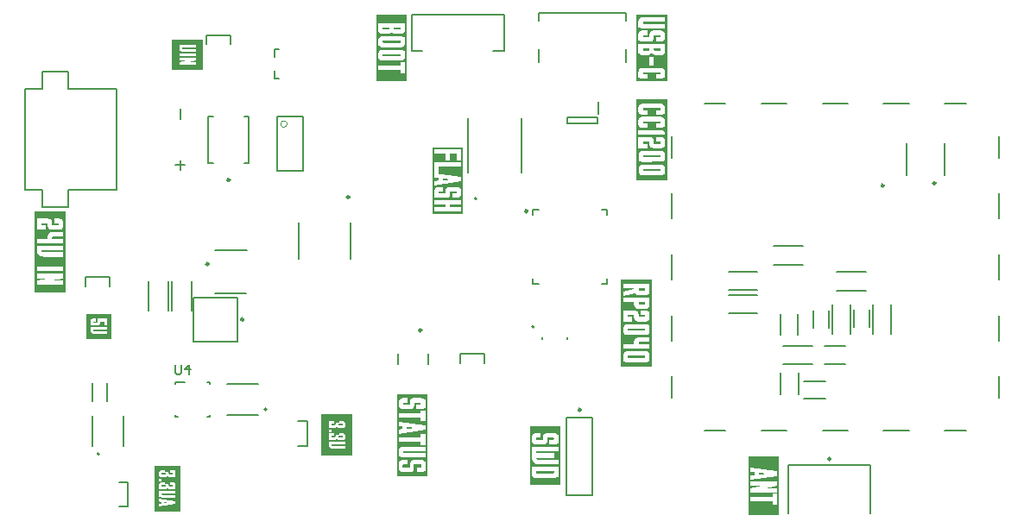
<source format=gto>
G04*
G04 #@! TF.GenerationSoftware,Altium Limited,Altium Designer,25.4.2 (15)*
G04*
G04 Layer_Color=65535*
%FSLAX44Y44*%
%MOMM*%
G71*
G04*
G04 #@! TF.SameCoordinates,69983CE8-C732-48D4-ACAD-208037422C18*
G04*
G04*
G04 #@! TF.FilePolarity,Positive*
G04*
G01*
G75*
%ADD10C,0.2000*%
%ADD11C,0.2500*%
%ADD12C,0.0000*%
%ADD13C,0.1270*%
%ADD14C,0.1750*%
%ADD15C,0.2032*%
%ADD16C,0.1500*%
G36*
X395000Y45000D02*
X365000D01*
Y125000D01*
X395000D01*
Y45000D01*
D02*
G37*
G36*
X174750Y443250D02*
X144750D01*
Y473250D01*
X174750D01*
Y443250D01*
D02*
G37*
G36*
X375000Y432500D02*
X345000D01*
Y497500D01*
X375000D01*
Y432500D01*
D02*
G37*
G36*
X40000Y225000D02*
X10000D01*
Y305000D01*
X40000D01*
Y225000D01*
D02*
G37*
G36*
X152500Y10250D02*
X127500D01*
Y55250D01*
X152500D01*
Y10250D01*
D02*
G37*
G36*
X525500Y93750D02*
Y36250D01*
X495500D01*
Y93750D01*
X525500D01*
D02*
G37*
G36*
X630000Y432500D02*
X600000D01*
Y497500D01*
X630000D01*
Y432500D01*
D02*
G37*
G36*
X740000Y6250D02*
X710000D01*
Y63750D01*
X740000D01*
Y6250D01*
D02*
G37*
G36*
X630000Y335000D02*
X600000D01*
Y415000D01*
X630000D01*
Y335000D01*
D02*
G37*
G36*
X321250Y65250D02*
X291250D01*
Y105250D01*
X321250D01*
Y65250D01*
D02*
G37*
G36*
X615000Y152500D02*
X585000D01*
Y237500D01*
X615000D01*
Y152500D01*
D02*
G37*
G36*
X430000Y302500D02*
X400000D01*
Y367500D01*
X430000D01*
Y302500D01*
D02*
G37*
G36*
X85250Y179250D02*
X60250D01*
Y204250D01*
X85250D01*
Y179250D01*
D02*
G37*
%LPC*%
G36*
X392999Y121385D02*
D01*
Y117682D01*
X392962Y118237D01*
X392813Y118756D01*
X392665Y119200D01*
X392443Y119571D01*
X392258Y119904D01*
X392073Y120126D01*
X391925Y120274D01*
X391888Y120311D01*
X391480Y120681D01*
X391036Y120941D01*
X390592Y121126D01*
X390184Y121237D01*
X389814Y121311D01*
X389518Y121385D01*
X392999D01*
X370705D01*
X370149Y121348D01*
X369631Y121200D01*
X369186Y121052D01*
X368816Y120830D01*
X368483Y120644D01*
X368260Y120459D01*
X368112Y120348D01*
X368075Y120311D01*
X367705Y119904D01*
X367446Y119459D01*
X367261Y119015D01*
X367150Y118608D01*
X367075Y118237D01*
X367001Y117941D01*
Y114275D01*
X367038Y113719D01*
X367187Y113238D01*
X367335Y112793D01*
X367557Y112423D01*
X367742Y112090D01*
X367927Y111868D01*
X368038Y111719D01*
X368075Y111682D01*
X368483Y111312D01*
X368927Y111053D01*
X369371Y110831D01*
X369779Y110719D01*
X370149Y110646D01*
X370446Y110571D01*
X367001D01*
X378445D01*
X379000Y110608D01*
X379519Y110757D01*
X379963Y110905D01*
X380333Y111127D01*
X380667Y111312D01*
X380889Y111497D01*
X381037Y111645D01*
X381074Y111682D01*
X381444Y112090D01*
X381704Y112534D01*
X381889Y112979D01*
X382000Y113386D01*
X382111Y113719D01*
X382148Y114016D01*
Y117052D01*
X388036D01*
X388221Y117015D01*
X388332Y116978D01*
X388407Y116941D01*
X388444Y116904D01*
X388555Y116756D01*
X388592Y116608D01*
X388629Y116497D01*
Y115534D01*
X388592Y115349D01*
X388555Y115201D01*
X388481Y115126D01*
X388444Y115090D01*
X388332Y114978D01*
X388184Y114941D01*
X388073Y114904D01*
X388036D01*
X384333D01*
Y110571D01*
X381408D01*
X389258D01*
X389814Y110608D01*
X390332Y110757D01*
X390777Y110905D01*
X391147Y111127D01*
X391480Y111312D01*
X391702Y111497D01*
X391851Y111645D01*
X391888Y111682D01*
X392258Y112090D01*
X392517Y112534D01*
X392739Y112979D01*
X392850Y113386D01*
X392925Y113719D01*
X392999Y114016D01*
Y111682D01*
Y121385D01*
D02*
G37*
G36*
Y109460D02*
X388629D01*
Y106238D01*
X367001D01*
Y101906D01*
X388629D01*
Y98647D01*
X367001D01*
X392999D01*
Y109460D01*
D02*
G37*
G36*
Y98425D02*
Y94462D01*
X367001Y98425D01*
Y94055D01*
X370779Y93684D01*
Y90907D01*
X367001Y90499D01*
Y86130D01*
X392999Y90092D01*
Y86130D01*
X367001D01*
X392999D01*
Y98425D01*
D02*
G37*
G36*
Y85907D02*
X388629D01*
Y82685D01*
X367001D01*
Y78352D01*
X388629D01*
Y75094D01*
X367001D01*
X392999D01*
Y85907D01*
D02*
G37*
G36*
Y73835D02*
X370705D01*
X370149Y73797D01*
X369631Y73649D01*
X369186Y73501D01*
X368816Y73279D01*
X368483Y73094D01*
X368260Y72909D01*
X368112Y72797D01*
X368075Y72761D01*
X367705Y72353D01*
X367446Y71909D01*
X367261Y71464D01*
X367150Y71057D01*
X367075Y70687D01*
X367001Y70390D01*
Y66280D01*
X367038Y65872D01*
X367113Y65539D01*
X367261Y65206D01*
X367409Y64946D01*
X367520Y64724D01*
X367668Y64576D01*
X367742Y64465D01*
X367779Y64428D01*
X368409Y63798D01*
X368705Y63539D01*
X369001Y63354D01*
X369297Y63206D01*
X369594Y63132D01*
X369853Y63058D01*
X370038Y63021D01*
X392999D01*
Y67428D01*
Y67354D01*
X371853D01*
X371705Y67391D01*
X371594Y67428D01*
X371519Y67465D01*
X371482Y67502D01*
X371408Y67613D01*
X371371Y67724D01*
X371334Y67835D01*
Y68983D01*
X371371Y69131D01*
X371408Y69242D01*
X371445Y69316D01*
X371482Y69353D01*
X371594Y69427D01*
X371742Y69465D01*
X371816Y69502D01*
X371853D01*
X392999D01*
Y69353D01*
Y73835D01*
D02*
G37*
G36*
Y60725D02*
D01*
Y56910D01*
X392925Y57466D01*
X392813Y57984D01*
X392665Y58429D01*
X392480Y58799D01*
X392295Y59132D01*
X392147Y59355D01*
X392036Y59503D01*
X391999Y59540D01*
X391591Y59947D01*
X391184Y60206D01*
X390777Y60429D01*
X390369Y60577D01*
X390036Y60651D01*
X389777Y60688D01*
X389592Y60725D01*
X392999D01*
X381555D01*
X381037Y60688D01*
X380593Y60540D01*
X380148Y60354D01*
X379815Y60132D01*
X379519Y59947D01*
X379296Y59762D01*
X379148Y59614D01*
X379111Y59577D01*
X378778Y59095D01*
X378519Y58614D01*
X378371Y58169D01*
X378222Y57688D01*
X378148Y57318D01*
X378111Y56984D01*
Y52985D01*
X371705D01*
X371408Y53022D01*
X371186Y53133D01*
X371038Y53281D01*
X371001Y53318D01*
X370853Y53577D01*
X370779Y53836D01*
X370742Y54059D01*
Y55244D01*
X370779Y55577D01*
X370890Y55836D01*
X370964Y55985D01*
X371001Y56059D01*
X371223Y56244D01*
X371482Y56355D01*
X371631Y56392D01*
X371705D01*
X375186D01*
Y60725D01*
X378739D01*
X370446D01*
X369927Y60688D01*
X369446Y60540D01*
X369038Y60354D01*
X368668Y60132D01*
X368409Y59910D01*
X368186Y59725D01*
X368038Y59577D01*
X368001Y59540D01*
X367705Y59132D01*
X367446Y58688D01*
X367298Y58243D01*
X367150Y57836D01*
X367075Y57466D01*
X367038Y57169D01*
X367001Y56984D01*
Y52466D01*
X367075Y51911D01*
X367187Y51429D01*
X367335Y50948D01*
X367520Y50578D01*
X367705Y50281D01*
X367853Y50022D01*
X367964Y49874D01*
X368001Y49837D01*
X368409Y49430D01*
X368816Y49133D01*
X369223Y48911D01*
X369594Y48763D01*
X369927Y48689D01*
X370223Y48615D01*
X367001D01*
X378408D01*
X378926Y48652D01*
X379408Y48800D01*
X379815Y48985D01*
X380185Y49207D01*
X380444Y49430D01*
X380667Y49615D01*
X380815Y49763D01*
X380852Y49800D01*
X381185Y50244D01*
X381444Y50726D01*
X381592Y51207D01*
X381741Y51652D01*
X381815Y52059D01*
X381852Y52355D01*
Y56392D01*
X388258D01*
X388518Y56355D01*
X388740Y56207D01*
X388888Y56096D01*
X388925Y56059D01*
X389110Y55799D01*
X389184Y55540D01*
X389221Y55318D01*
Y54133D01*
X389184Y53800D01*
X389073Y53540D01*
X388962Y53392D01*
X388925Y53318D01*
X388703Y53133D01*
X388481Y53022D01*
X388332Y52985D01*
X388296D01*
X388258D01*
X384777D01*
Y48615D01*
X389518D01*
X390036Y48652D01*
X390518Y48800D01*
X390925Y48985D01*
X391295Y49207D01*
X391591Y49467D01*
X391814Y49652D01*
X391962Y49800D01*
X391999Y49837D01*
X392295Y50281D01*
X392554Y50726D01*
X392739Y51170D01*
X392850Y51578D01*
X392925Y51911D01*
X392962Y52207D01*
X392999Y52392D01*
Y48615D01*
D01*
Y60725D01*
D02*
G37*
%LPD*%
G36*
X380963Y121348D02*
X380481Y121200D01*
X380037Y121052D01*
X379630Y120830D01*
X379333Y120644D01*
X379074Y120459D01*
X378926Y120348D01*
X378889Y120311D01*
X378519Y119904D01*
X378260Y119459D01*
X378074Y119015D01*
X377963Y118608D01*
X377889Y118237D01*
X377815Y117941D01*
Y114904D01*
X371927D01*
X371742Y114941D01*
X371594Y114978D01*
X371519Y115052D01*
X371482Y115090D01*
X371408Y115238D01*
X371371Y115386D01*
X371334Y115497D01*
Y116460D01*
X371371Y116645D01*
X371408Y116793D01*
X371445Y116867D01*
X371482Y116904D01*
X371631Y116978D01*
X371779Y117015D01*
X371890Y117052D01*
X371927D01*
X375630D01*
Y121385D01*
X381518D01*
X380963Y121348D01*
D02*
G37*
G36*
X384777Y92277D02*
X375075Y91314D01*
Y93240D01*
X384777Y92277D01*
D02*
G37*
%LPC*%
G36*
X167872Y467945D02*
X151628D01*
Y461189D01*
Y465377D01*
X151651Y465053D01*
X151674Y464752D01*
X151813Y464174D01*
X152021Y463688D01*
X152253Y463248D01*
X152461Y462901D01*
X152577Y462762D01*
X152669Y462623D01*
X152739Y462531D01*
X152808Y462461D01*
X152831Y462438D01*
X152854Y462415D01*
X153086Y462207D01*
X153340Y461999D01*
X153595Y461837D01*
X153826Y461698D01*
X154335Y461489D01*
X154798Y461351D01*
X155215Y461258D01*
X155377Y461235D01*
X155515Y461212D01*
X155654Y461189D01*
X167872D01*
Y463919D01*
Y463896D01*
X155677D01*
X155469Y463919D01*
X155307Y463965D01*
X155145Y464012D01*
X155006Y464081D01*
X154891Y464174D01*
X154798Y464220D01*
X154752Y464266D01*
X154729Y464289D01*
X154590Y464451D01*
X154497Y464613D01*
X154428Y464752D01*
X154382Y464914D01*
X154359Y465030D01*
X154335Y465146D01*
Y465238D01*
X167872D01*
Y464752D01*
Y467945D01*
D02*
G37*
G36*
Y459661D02*
X151628D01*
Y456954D01*
X167872D01*
Y459661D01*
D02*
G37*
G36*
Y455311D02*
X151628D01*
Y448555D01*
X167872D01*
Y451262D01*
X160953D01*
X167872Y452604D01*
Y455311D01*
D02*
G37*
%LPD*%
G36*
X151628Y451262D02*
Y452604D01*
X158454D01*
X151628Y451262D01*
D02*
G37*
%LPC*%
G36*
X372999Y489609D02*
X347001D01*
Y482498D01*
X347038Y481943D01*
X347187Y481461D01*
X347335Y481017D01*
X347557Y480647D01*
X347742Y480313D01*
X347927Y480091D01*
X348038Y479943D01*
X348075Y479906D01*
X348483Y479536D01*
X348927Y479276D01*
X349371Y479054D01*
X349779Y478943D01*
X350149Y478869D01*
X350446Y478795D01*
X356260D01*
X356815Y478832D01*
X357334Y478980D01*
X357778Y479128D01*
X358148Y479350D01*
X358482Y479536D01*
X358704Y479721D01*
X358852Y479869D01*
X358889Y479906D01*
X360000Y480980D01*
X361074Y479906D01*
X361481Y479536D01*
X361926Y479276D01*
X362370Y479054D01*
X362777Y478943D01*
X363148Y478869D01*
X363444Y478795D01*
X357547D01*
X372999D01*
Y489609D01*
D02*
G37*
G36*
Y476499D02*
Y472795D01*
X372962Y473351D01*
X372813Y473870D01*
X372665Y474314D01*
X372443Y474684D01*
X372258Y475018D01*
X372073Y475240D01*
X371925Y475388D01*
X371888Y475425D01*
X371480Y475795D01*
X371036Y476054D01*
X370592Y476240D01*
X370184Y476351D01*
X369814Y476425D01*
X369518Y476499D01*
X347001D01*
X350705D01*
X350149Y476462D01*
X349631Y476314D01*
X349186Y476166D01*
X348816Y475943D01*
X348483Y475758D01*
X348260Y475573D01*
X348112Y475462D01*
X348075Y475425D01*
X347705Y475018D01*
X347446Y474573D01*
X347261Y474129D01*
X347150Y473721D01*
X347076Y473351D01*
X347001Y473055D01*
Y473351D01*
Y465685D01*
D01*
Y469389D01*
X347038Y468833D01*
X347187Y468352D01*
X347335Y467907D01*
X347557Y467537D01*
X347742Y467203D01*
X347927Y466981D01*
X348038Y466833D01*
X348075Y466796D01*
X348483Y466426D01*
X348927Y466167D01*
X349371Y465944D01*
X349779Y465833D01*
X350149Y465759D01*
X350446Y465685D01*
X372999D01*
Y476499D01*
D02*
G37*
G36*
Y463278D02*
D01*
Y459575D01*
X372962Y460130D01*
X372813Y460649D01*
X372665Y461093D01*
X372443Y461463D01*
X372258Y461797D01*
X372073Y462019D01*
X371925Y462167D01*
X371888Y462204D01*
X371480Y462574D01*
X371036Y462834D01*
X370592Y463019D01*
X370184Y463130D01*
X369814Y463204D01*
X369518Y463278D01*
X347001D01*
X350705D01*
X350149Y463241D01*
X349631Y463093D01*
X349186Y462945D01*
X348816Y462723D01*
X348483Y462537D01*
X348260Y462352D01*
X348112Y462241D01*
X348075Y462204D01*
X347705Y461797D01*
X347446Y461352D01*
X347261Y460908D01*
X347150Y460500D01*
X347076Y460130D01*
X347001Y459834D01*
Y456168D01*
X347038Y455612D01*
X347187Y455131D01*
X347335Y454686D01*
X347557Y454316D01*
X347742Y453983D01*
X347927Y453760D01*
X348038Y453612D01*
X348075Y453575D01*
X348483Y453205D01*
X348927Y452946D01*
X349371Y452724D01*
X349779Y452612D01*
X350149Y452538D01*
X350446Y452464D01*
X372999D01*
Y463278D01*
D02*
G37*
G36*
Y451205D02*
X368629D01*
Y447983D01*
X347001D01*
Y443650D01*
X368629D01*
Y440392D01*
X347001D01*
X372999D01*
Y451205D01*
D02*
G37*
%LPD*%
G36*
X368629Y483757D02*
X368592Y483572D01*
X368555Y483424D01*
X368481Y483350D01*
X368444Y483313D01*
X368332Y483202D01*
X368184Y483165D01*
X368073Y483128D01*
X368036D01*
X362777D01*
X362592Y483165D01*
X362444Y483202D01*
X362370Y483276D01*
X362333Y483313D01*
X362222Y483461D01*
X362185Y483609D01*
X362148Y483720D01*
Y485276D01*
X368629D01*
Y483757D01*
D02*
G37*
G36*
X357815D02*
X357778Y483572D01*
X357741Y483424D01*
X357667Y483350D01*
X357630Y483313D01*
X357482Y483202D01*
X357334Y483165D01*
X357223Y483128D01*
X357186D01*
X351927D01*
X351779Y483165D01*
X351631Y483202D01*
X351557Y483276D01*
X351519Y483313D01*
X351408Y483461D01*
X351371Y483609D01*
X351334Y483720D01*
Y485276D01*
X357815D01*
Y483757D01*
D02*
G37*
G36*
X372999Y478795D02*
X369258D01*
X369814Y478832D01*
X370332Y478980D01*
X370777Y479128D01*
X371147Y479350D01*
X371480Y479536D01*
X371702Y479721D01*
X371851Y479869D01*
X371888Y479906D01*
X372258Y480313D01*
X372517Y480758D01*
X372739Y481202D01*
X372851Y481609D01*
X372925Y481943D01*
X372999Y482239D01*
Y478795D01*
D02*
G37*
G36*
X368221Y472129D02*
X368332Y472092D01*
X368407Y472055D01*
X368444Y472018D01*
X368555Y471870D01*
X368592Y471722D01*
X368629Y471610D01*
Y470648D01*
X368592Y470462D01*
X368555Y470314D01*
X368481Y470240D01*
X368444Y470203D01*
X368332Y470092D01*
X368184Y470055D01*
X368073Y470018D01*
X368036D01*
X351927D01*
X351742Y470055D01*
X351594Y470092D01*
X351519Y470166D01*
X351482Y470203D01*
X351408Y470351D01*
X351371Y470499D01*
X351334Y470611D01*
Y471573D01*
X351371Y471759D01*
X351408Y471907D01*
X351445Y471981D01*
X351482Y472018D01*
X351631Y472092D01*
X351779Y472129D01*
X351890Y472166D01*
X351927D01*
X368036D01*
X368221Y472129D01*
D02*
G37*
G36*
X372999Y465685D02*
X369258D01*
X369814Y465722D01*
X370332Y465870D01*
X370777Y466018D01*
X371147Y466241D01*
X371480Y466426D01*
X371702Y466611D01*
X371851Y466759D01*
X371888Y466796D01*
X372258Y467203D01*
X372517Y467648D01*
X372739Y468092D01*
X372851Y468500D01*
X372925Y468833D01*
X372999Y469129D01*
Y465685D01*
D02*
G37*
G36*
X368221Y458908D02*
X368332Y458871D01*
X368407Y458834D01*
X368444Y458797D01*
X368555Y458649D01*
X368592Y458501D01*
X368629Y458390D01*
Y457427D01*
X368592Y457242D01*
X368555Y457093D01*
X368481Y457019D01*
X368444Y456982D01*
X368332Y456871D01*
X368184Y456834D01*
X368073Y456797D01*
X368036D01*
X351927D01*
X351742Y456834D01*
X351594Y456871D01*
X351519Y456945D01*
X351482Y456982D01*
X351408Y457131D01*
X351371Y457279D01*
X351334Y457390D01*
Y458353D01*
X351371Y458538D01*
X351408Y458686D01*
X351445Y458760D01*
X351482Y458797D01*
X351631Y458871D01*
X351779Y458908D01*
X351890Y458945D01*
X351927D01*
X368036D01*
X368221Y458908D01*
D02*
G37*
G36*
X372999Y452464D02*
X369258D01*
X369814Y452501D01*
X370332Y452649D01*
X370777Y452798D01*
X371147Y453020D01*
X371480Y453205D01*
X371702Y453390D01*
X371851Y453538D01*
X371888Y453575D01*
X372258Y453983D01*
X372517Y454427D01*
X372739Y454871D01*
X372851Y455279D01*
X372925Y455612D01*
X372999Y455908D01*
Y452464D01*
D02*
G37*
%LPC*%
G36*
X34518Y297497D02*
X29333D01*
Y293164D01*
X33629D01*
Y291016D01*
X27148D01*
Y293793D01*
X27111Y294349D01*
X27000Y294867D01*
X26815Y295312D01*
X26630Y295682D01*
X26407Y296015D01*
X26259Y296238D01*
X26111Y296386D01*
X26074Y296423D01*
X25667Y296793D01*
X25222Y297052D01*
X24778Y297237D01*
X24370Y297348D01*
X24000Y297423D01*
X23704Y297497D01*
X12001D01*
Y286683D01*
X37999D01*
Y293793D01*
X37962Y294349D01*
X37813Y294867D01*
X37665Y295312D01*
X37443Y295682D01*
X37258Y296015D01*
X37073Y296238D01*
X36925Y296386D01*
X36888Y296423D01*
X36480Y296793D01*
X36036Y297052D01*
X35591Y297237D01*
X35184Y297348D01*
X34814Y297423D01*
X34518Y297497D01*
D02*
G37*
G36*
X37999Y284387D02*
X26518D01*
X25963Y284350D01*
X25481Y284202D01*
X25037Y284053D01*
X24630Y283831D01*
X24333Y283646D01*
X24074Y283461D01*
X23926Y283350D01*
X23889Y283313D01*
X23519Y282906D01*
X23259Y282461D01*
X23074Y282017D01*
X22963Y281609D01*
X22889Y281239D01*
X22815Y280943D01*
Y277906D01*
X12001D01*
Y273573D01*
X37999D01*
Y284387D01*
D02*
G37*
G36*
Y270944D02*
X12001D01*
Y266833D01*
X12038Y266315D01*
X12075Y265833D01*
X12298Y264907D01*
X12631Y264130D01*
X13001Y263426D01*
X13334Y262871D01*
X13520Y262648D01*
X13668Y262426D01*
X13779Y262278D01*
X13890Y262167D01*
X13927Y262130D01*
X13964Y262093D01*
X14334Y261759D01*
X14742Y261426D01*
X15149Y261167D01*
X15519Y260945D01*
X16334Y260611D01*
X17075Y260389D01*
X17742Y260241D01*
X18001Y260204D01*
X18223Y260167D01*
X18445Y260130D01*
X12001D01*
X37999D01*
Y270944D01*
D02*
G37*
G36*
Y250279D02*
X12001D01*
Y245946D01*
X37999D01*
Y250279D01*
D02*
G37*
G36*
Y243317D02*
X12001D01*
Y238984D01*
X22926D01*
X12001Y236836D01*
Y232503D01*
X37999D01*
Y243317D01*
D02*
G37*
%LPD*%
G36*
Y286683D02*
X34258D01*
X34814Y286720D01*
X35332Y286868D01*
X35777Y287016D01*
X36147Y287238D01*
X36480Y287424D01*
X36702Y287609D01*
X36851Y287757D01*
X36888Y287794D01*
X37258Y288201D01*
X37517Y288646D01*
X37739Y289090D01*
X37850Y289497D01*
X37925Y289831D01*
X37999Y290127D01*
Y286683D01*
D02*
G37*
G36*
X22815Y290386D02*
X22852Y289831D01*
X23000Y289349D01*
X23148Y288905D01*
X23370Y288535D01*
X23556Y288201D01*
X23741Y287979D01*
X23852Y287831D01*
X23889Y287794D01*
X24333Y287424D01*
X24778Y287164D01*
X25222Y286942D01*
X25630Y286831D01*
X25963Y286757D01*
X26259Y286683D01*
X20630D01*
Y291016D01*
X16334D01*
Y293164D01*
X22815D01*
Y290386D01*
D02*
G37*
G36*
X37999Y277906D02*
X27148D01*
Y279128D01*
X27185Y279387D01*
X27296Y279610D01*
X27370Y279758D01*
X27407Y279795D01*
X27629Y279943D01*
X27889Y280017D01*
X28037Y280054D01*
X28111D01*
X37999D01*
Y277906D01*
D02*
G37*
G36*
Y264463D02*
X18482D01*
X18149Y264500D01*
X17890Y264574D01*
X17630Y264648D01*
X17408Y264759D01*
X17223Y264907D01*
X17075Y264981D01*
X17001Y265056D01*
X16964Y265093D01*
X16742Y265352D01*
X16594Y265611D01*
X16482Y265833D01*
X16408Y266092D01*
X16371Y266278D01*
X16334Y266463D01*
Y266611D01*
X37999D01*
Y264463D01*
D02*
G37*
G36*
Y236836D02*
X26926D01*
X37999Y238984D01*
Y236836D01*
D02*
G37*
%LPC*%
G36*
X148133Y50556D02*
D01*
Y48242D01*
X148110Y48589D01*
X148018Y48913D01*
X147925Y49191D01*
X147786Y49422D01*
X147671Y49630D01*
X147555Y49769D01*
X147462Y49861D01*
X147439Y49885D01*
X147185Y50116D01*
X146907Y50278D01*
X146629Y50394D01*
X146375Y50463D01*
X146144Y50509D01*
X145958Y50556D01*
X148133D01*
X142719D01*
Y47848D01*
X145403D01*
Y46506D01*
X142441D01*
X142279Y46529D01*
X142140Y46553D01*
X141886Y46668D01*
X141793Y46738D01*
X141747Y46784D01*
X141701Y46807D01*
X141678Y46830D01*
X141562Y46946D01*
X141493Y47085D01*
X141400Y47316D01*
X141377Y47432D01*
X141354Y47524D01*
Y49214D01*
X138646D01*
Y47594D01*
X138623Y47432D01*
X138600Y47270D01*
X138484Y47038D01*
X138415Y46946D01*
X138369Y46877D01*
X138345Y46853D01*
X138322Y46830D01*
X138207Y46715D01*
X138068Y46645D01*
X137813Y46553D01*
X137721Y46529D01*
X137628Y46506D01*
X137582D01*
X137559D01*
X134597D01*
Y47848D01*
X137281D01*
Y50556D01*
X134204D01*
X133856Y50533D01*
X133532Y50440D01*
X133255Y50347D01*
X133024Y50209D01*
X132815Y50093D01*
X132676Y49977D01*
X132584Y49908D01*
X132561Y49885D01*
X132329Y49630D01*
X132167Y49352D01*
X132052Y49075D01*
X131982Y48820D01*
X131936Y48589D01*
X131890Y48404D01*
Y46113D01*
X131913Y45766D01*
X132005Y45465D01*
X132098Y45187D01*
X132237Y44956D01*
X132352Y44748D01*
X132468Y44609D01*
X132537Y44516D01*
X132561Y44493D01*
X132815Y44262D01*
X133093Y44100D01*
X133371Y43961D01*
X133625Y43892D01*
X133856Y43845D01*
X134042Y43799D01*
X145796D01*
X146144Y43822D01*
X146467Y43915D01*
X146745Y44007D01*
X146976Y44146D01*
X147185Y44262D01*
X147324Y44377D01*
X147416Y44470D01*
X147439Y44493D01*
X147671Y44748D01*
X147833Y45025D01*
X147971Y45303D01*
X148041Y45558D01*
X148087Y45766D01*
X148133Y45951D01*
Y44262D01*
Y50556D01*
D02*
G37*
G36*
X134574Y42503D02*
X131867D01*
Y39796D01*
X134574D01*
Y42503D01*
D02*
G37*
G36*
X148133Y38570D02*
X142719D01*
Y35862D01*
X145403D01*
Y34520D01*
X142441D01*
X142279Y34543D01*
X142140Y34566D01*
X141886Y34682D01*
X141793Y34752D01*
X141747Y34798D01*
X141701Y34821D01*
X141678Y34844D01*
X141562Y34960D01*
X141493Y35099D01*
X141400Y35330D01*
X141377Y35446D01*
X141354Y35538D01*
Y37227D01*
X138646D01*
Y35608D01*
X138623Y35446D01*
X138600Y35284D01*
X138484Y35052D01*
X138415Y34960D01*
X138369Y34890D01*
X138345Y34867D01*
X138322Y34844D01*
X138207Y34728D01*
X138068Y34659D01*
X137813Y34566D01*
X137721Y34543D01*
X137628Y34520D01*
X137582D01*
X137559D01*
X134597D01*
Y35862D01*
X137281D01*
Y38570D01*
X134204D01*
X133856Y38546D01*
X133532Y38454D01*
X133255Y38361D01*
X133024Y38222D01*
X132815Y38107D01*
X132676Y37991D01*
X132584Y37922D01*
X132561Y37898D01*
X132329Y37644D01*
X132167Y37366D01*
X132052Y37089D01*
X131982Y36834D01*
X131936Y36603D01*
X131890Y36418D01*
Y31813D01*
Y34127D01*
X131913Y33780D01*
X132005Y33479D01*
X132098Y33201D01*
X132237Y32970D01*
X132352Y32761D01*
X132468Y32623D01*
X132537Y32530D01*
X132561Y32507D01*
X132815Y32276D01*
X133093Y32114D01*
X133371Y31975D01*
X133625Y31905D01*
X133856Y31859D01*
X134042Y31813D01*
X145796D01*
X146144Y31836D01*
X146467Y31929D01*
X146745Y32021D01*
X146976Y32160D01*
X147185Y32276D01*
X147324Y32391D01*
X147416Y32484D01*
X147439Y32507D01*
X147671Y32761D01*
X147833Y33039D01*
X147971Y33317D01*
X148041Y33571D01*
X148087Y33780D01*
X148133Y33965D01*
Y36256D01*
X148110Y36603D01*
X148018Y36927D01*
X147925Y37204D01*
X147786Y37436D01*
X147671Y37644D01*
X147555Y37783D01*
X147462Y37875D01*
X147439Y37898D01*
X147185Y38130D01*
X146907Y38292D01*
X146629Y38407D01*
X146375Y38477D01*
X146144Y38523D01*
X145958Y38570D01*
X148133D01*
D02*
G37*
G36*
Y30216D02*
X131890D01*
Y23459D01*
Y27648D01*
X131913Y27324D01*
X131936Y27023D01*
X132075Y26444D01*
X132283Y25958D01*
X132514Y25519D01*
X132723Y25172D01*
X132838Y25033D01*
X132931Y24894D01*
X133000Y24802D01*
X133070Y24732D01*
X133093Y24709D01*
X133116Y24686D01*
X133347Y24478D01*
X133602Y24269D01*
X133856Y24107D01*
X134088Y23969D01*
X134597Y23760D01*
X135060Y23621D01*
X135476Y23529D01*
X135638Y23506D01*
X135777Y23483D01*
X135916Y23459D01*
X148133D01*
Y30216D01*
D02*
G37*
G36*
Y22627D02*
X131890D01*
Y14944D01*
D01*
X148133Y17420D01*
Y20151D01*
X131890Y22627D01*
X148133D01*
D02*
G37*
%LPD*%
G36*
X140683Y44493D02*
X140937Y44262D01*
X141215Y44100D01*
X141493Y43961D01*
X141747Y43892D01*
X141978Y43845D01*
X142163Y43799D01*
X137675D01*
X138022Y43822D01*
X138345Y43915D01*
X138623Y44007D01*
X138855Y44146D01*
X139063Y44262D01*
X139202Y44377D01*
X139294Y44470D01*
X139317Y44493D01*
X140012Y45164D01*
X140683Y44493D01*
D02*
G37*
G36*
Y32507D02*
X140937Y32276D01*
X141215Y32114D01*
X141493Y31975D01*
X141747Y31905D01*
X141978Y31859D01*
X142163Y31813D01*
X137675D01*
X138022Y31836D01*
X138345Y31929D01*
X138623Y32021D01*
X138855Y32160D01*
X139063Y32276D01*
X139202Y32391D01*
X139294Y32484D01*
X139317Y32507D01*
X140012Y33178D01*
X140683Y32507D01*
D02*
G37*
G36*
X148133Y26167D02*
X135939D01*
X135731Y26190D01*
X135569Y26236D01*
X135407Y26282D01*
X135268Y26352D01*
X135152Y26444D01*
X135060Y26491D01*
X135013Y26537D01*
X134990Y26560D01*
X134852Y26722D01*
X134759Y26884D01*
X134690Y27023D01*
X134643Y27185D01*
X134620Y27301D01*
X134597Y27416D01*
Y27509D01*
X148133D01*
Y26167D01*
D02*
G37*
G36*
X142997Y18785D02*
X136934Y18184D01*
Y19387D01*
X142997Y18785D01*
D02*
G37*
G36*
X134250Y19665D02*
Y17929D01*
X131890Y17675D01*
Y19896D01*
X134250Y19665D01*
D02*
G37*
%LPC*%
G36*
X523499Y86887D02*
D01*
Y83183D01*
X523462Y83739D01*
X523313Y84257D01*
X523165Y84702D01*
X522943Y85072D01*
X522758Y85405D01*
X522573Y85627D01*
X522425Y85776D01*
X522388Y85813D01*
X521980Y86183D01*
X521536Y86442D01*
X521091Y86627D01*
X520684Y86739D01*
X520314Y86812D01*
X520018Y86887D01*
X523499D01*
X501205D01*
X500649Y86850D01*
X500131Y86701D01*
X499686Y86553D01*
X499316Y86331D01*
X498983Y86146D01*
X498760Y85961D01*
X498612Y85850D01*
X498575Y85813D01*
X498205Y85405D01*
X497946Y84961D01*
X497761Y84516D01*
X497649Y84109D01*
X497575Y83739D01*
X497501Y83442D01*
Y79776D01*
X497538Y79221D01*
X497687Y78739D01*
X497835Y78295D01*
X498057Y77925D01*
X498242Y77591D01*
X498427Y77369D01*
X498538Y77221D01*
X498575Y77184D01*
X498983Y76814D01*
X499427Y76554D01*
X499871Y76332D01*
X500279Y76221D01*
X500649Y76147D01*
X500945Y76073D01*
X497501D01*
X508945D01*
X509500Y76110D01*
X510019Y76258D01*
X510463Y76406D01*
X510833Y76628D01*
X511167Y76814D01*
X511389Y76999D01*
X511537Y77147D01*
X511574Y77184D01*
X511944Y77591D01*
X512203Y78036D01*
X512389Y78480D01*
X512500Y78887D01*
X512611Y79221D01*
X512648Y79517D01*
Y82554D01*
X518536D01*
X518721Y82517D01*
X518833Y82480D01*
X518907Y82443D01*
X518944Y82406D01*
X519055Y82257D01*
X519092Y82109D01*
X519129Y81998D01*
Y81035D01*
X519092Y80850D01*
X519055Y80702D01*
X518981Y80628D01*
X518944Y80591D01*
X518833Y80480D01*
X518684Y80443D01*
X518573Y80406D01*
X518536D01*
X514833D01*
Y76073D01*
X511908D01*
X519758D01*
X520314Y76110D01*
X520832Y76258D01*
X521277Y76406D01*
X521647Y76628D01*
X521980Y76814D01*
X522202Y76999D01*
X522351Y77147D01*
X522388Y77184D01*
X522758Y77591D01*
X523017Y78036D01*
X523239Y78480D01*
X523350Y78887D01*
X523425Y79221D01*
X523499Y79517D01*
Y76073D01*
D01*
Y86887D01*
D02*
G37*
G36*
Y73666D02*
X497501D01*
Y63222D01*
X497538Y62704D01*
X497575Y62185D01*
X497798Y61260D01*
X498131Y60445D01*
X498501Y59741D01*
X498872Y59149D01*
X499057Y58927D01*
X499205Y58741D01*
X499316Y58556D01*
X499427Y58445D01*
X499464Y58408D01*
X499501Y58371D01*
X499871Y58001D01*
X500279Y57704D01*
X500686Y57408D01*
X501094Y57186D01*
X501908Y56816D01*
X502686Y56593D01*
X503353Y56445D01*
X503649Y56408D01*
X503871Y56371D01*
X504093Y56334D01*
X523499D01*
Y60704D01*
Y60667D01*
X503982D01*
X503649Y60704D01*
X503390Y60778D01*
X503130Y60852D01*
X502908Y60963D01*
X502723Y61111D01*
X502575Y61186D01*
X502501Y61260D01*
X502464Y61297D01*
X502242Y61556D01*
X502094Y61815D01*
X501982Y62074D01*
X501908Y62297D01*
X501871Y62519D01*
X501834Y62704D01*
Y62852D01*
X519129D01*
Y67185D01*
X501834D01*
Y69333D01*
X523499D01*
Y73666D01*
D02*
G37*
G36*
Y53927D02*
X497501D01*
Y46817D01*
X497538Y46261D01*
X497687Y45780D01*
X497835Y45335D01*
X498057Y44965D01*
X498242Y44632D01*
X498427Y44409D01*
X498538Y44261D01*
X498575Y44224D01*
X498983Y43854D01*
X499427Y43595D01*
X499871Y43373D01*
X500279Y43261D01*
X500649Y43187D01*
X500945Y43113D01*
X497501D01*
X519758D01*
X520314Y43150D01*
X520832Y43299D01*
X521277Y43447D01*
X521647Y43669D01*
X521980Y43854D01*
X522202Y44039D01*
X522351Y44187D01*
X522388Y44224D01*
X522758Y44632D01*
X523017Y45076D01*
X523239Y45521D01*
X523350Y45928D01*
X523425Y46261D01*
X523499Y46557D01*
Y44224D01*
Y53927D01*
D02*
G37*
%LPD*%
G36*
X511463Y86850D02*
X510981Y86701D01*
X510537Y86553D01*
X510130Y86331D01*
X509833Y86146D01*
X509574Y85961D01*
X509426Y85850D01*
X509389Y85813D01*
X509019Y85405D01*
X508759Y84961D01*
X508574Y84516D01*
X508463Y84109D01*
X508389Y83739D01*
X508315Y83442D01*
Y80406D01*
X502427D01*
X502242Y80443D01*
X502094Y80480D01*
X502019Y80554D01*
X501982Y80591D01*
X501908Y80739D01*
X501871Y80887D01*
X501834Y80998D01*
Y81961D01*
X501871Y82146D01*
X501908Y82295D01*
X501945Y82368D01*
X501982Y82406D01*
X502131Y82480D01*
X502279Y82517D01*
X502390Y82554D01*
X502427D01*
X506130D01*
Y86887D01*
X512018D01*
X511463Y86850D01*
D02*
G37*
G36*
X519129Y48039D02*
X519092Y47891D01*
X519055Y47743D01*
X518981Y47668D01*
X518944Y47631D01*
X518833Y47520D01*
X518684Y47483D01*
X518573Y47446D01*
X518536D01*
X502427D01*
X502242Y47483D01*
X502094Y47520D01*
X502019Y47594D01*
X501982Y47631D01*
X501908Y47779D01*
X501871Y47891D01*
X501834Y48002D01*
Y49594D01*
X519129D01*
Y48039D01*
D02*
G37*
%LPC*%
G36*
X627999Y495238D02*
X602001D01*
Y484424D01*
Y487683D01*
X602038Y487276D01*
X602113Y486942D01*
X602261Y486609D01*
X602409Y486350D01*
X602520Y486127D01*
X602668Y485979D01*
X602742Y485868D01*
X602779Y485831D01*
X603409Y485202D01*
X603705Y484942D01*
X604001Y484757D01*
X604334Y484609D01*
X604631Y484535D01*
X604853Y484461D01*
X605075Y484424D01*
X627999D01*
Y488868D01*
Y488757D01*
X606853D01*
X606705Y488794D01*
X606594Y488831D01*
X606519Y488868D01*
X606482Y488905D01*
X606408Y489016D01*
X606371Y489127D01*
X606334Y489238D01*
Y490386D01*
X606371Y490534D01*
X606408Y490645D01*
X606445Y490719D01*
X606482Y490757D01*
X606594Y490831D01*
X606742Y490868D01*
X606816Y490905D01*
X606853D01*
X627999D01*
Y495238D01*
D02*
G37*
G36*
Y482091D02*
X602001D01*
D01*
X605705D01*
X605149Y482054D01*
X604631Y481906D01*
X604186Y481758D01*
X603816Y481535D01*
X603483Y481350D01*
X603260Y481165D01*
X603112Y481054D01*
X603075Y481017D01*
X602705Y480610D01*
X602446Y480165D01*
X602261Y479721D01*
X602150Y479313D01*
X602076Y478943D01*
X602001Y478647D01*
D01*
Y471277D01*
Y474980D01*
X602038Y474425D01*
X602187Y473943D01*
X602335Y473499D01*
X602557Y473129D01*
X602742Y472795D01*
X602927Y472573D01*
X603038Y472425D01*
X603075Y472388D01*
X603483Y472018D01*
X603927Y471758D01*
X604371Y471536D01*
X604779Y471425D01*
X605149Y471351D01*
X605446Y471277D01*
X613445D01*
X614000Y471314D01*
X614519Y471462D01*
X614963Y471610D01*
X615333Y471833D01*
X615667Y472018D01*
X615889Y472203D01*
X616037Y472351D01*
X616074Y472388D01*
X616444Y472795D01*
X616704Y473240D01*
X616889Y473684D01*
X617000Y474092D01*
X617111Y474425D01*
X617148Y474721D01*
Y477758D01*
X623036D01*
X623221Y477721D01*
X623332Y477684D01*
X623407Y477647D01*
X623444Y477610D01*
X623555Y477462D01*
X623592Y477313D01*
X623629Y477202D01*
Y476240D01*
X623592Y476054D01*
X623555Y475906D01*
X623481Y475832D01*
X623444Y475795D01*
X623332Y475684D01*
X623184Y475647D01*
X623073Y475610D01*
X623036D01*
X619333D01*
Y471277D01*
X624258D01*
X624814Y471314D01*
X625332Y471462D01*
X625777Y471610D01*
X626147Y471833D01*
X626480Y472018D01*
X626702Y472203D01*
X626851Y472351D01*
X626888Y472388D01*
X627258Y472795D01*
X627517Y473240D01*
X627739Y473684D01*
X627851Y474092D01*
X627925Y474425D01*
X627999Y474721D01*
Y478387D01*
X627962Y478943D01*
X627813Y479461D01*
X627665Y479906D01*
X627443Y480276D01*
X627258Y480610D01*
X627073Y480832D01*
X626925Y480980D01*
X626888Y481017D01*
X626480Y481387D01*
X626036Y481646D01*
X625592Y481832D01*
X625184Y481943D01*
X624814Y482017D01*
X624518Y482091D01*
X627999D01*
D01*
D02*
G37*
G36*
Y468870D02*
X602001D01*
Y458056D01*
Y461760D01*
X602038Y461204D01*
X602187Y460723D01*
X602335Y460278D01*
X602557Y459908D01*
X602742Y459575D01*
X602927Y459352D01*
X603038Y459204D01*
X603075Y459167D01*
X603483Y458797D01*
X603927Y458538D01*
X604371Y458316D01*
X604779Y458204D01*
X605149Y458130D01*
X605446Y458056D01*
X611260D01*
X611815Y458093D01*
X612334Y458241D01*
X612778Y458390D01*
X613148Y458612D01*
X613482Y458797D01*
X613704Y458982D01*
X613852Y459130D01*
X613889Y459167D01*
X615000Y460241D01*
X616074Y459167D01*
X616481Y458797D01*
X616926Y458538D01*
X617370Y458316D01*
X617777Y458204D01*
X618148Y458130D01*
X618444Y458056D01*
X624258D01*
X624814Y458093D01*
X625332Y458241D01*
X625777Y458390D01*
X626147Y458612D01*
X626480Y458797D01*
X626702Y458982D01*
X626851Y459130D01*
X626888Y459167D01*
X627258Y459575D01*
X627517Y460019D01*
X627739Y460463D01*
X627851Y460871D01*
X627925Y461204D01*
X627999Y461500D01*
Y468870D01*
D02*
G37*
G36*
X617074Y456130D02*
X612926D01*
Y447650D01*
X617074D01*
Y456130D01*
D02*
G37*
G36*
X627999Y445576D02*
X602001D01*
Y434762D01*
D01*
Y438466D01*
X602038Y437910D01*
X602187Y437429D01*
X602335Y436984D01*
X602557Y436614D01*
X602742Y436281D01*
X602927Y436059D01*
X603038Y435910D01*
X603075Y435873D01*
X603483Y435503D01*
X603927Y435244D01*
X604371Y435022D01*
X604779Y434911D01*
X605149Y434836D01*
X605446Y434762D01*
X610630D01*
Y439095D01*
X606927D01*
X606742Y439132D01*
X606594Y439169D01*
X606519Y439243D01*
X606482Y439280D01*
X606408Y439429D01*
X606371Y439540D01*
X606334Y439651D01*
Y440651D01*
X606371Y440836D01*
X606408Y440984D01*
X606445Y441058D01*
X606482Y441095D01*
X606631Y441169D01*
X606779Y441206D01*
X606890Y441243D01*
X606927D01*
X623036D01*
X623221Y441206D01*
X623332Y441169D01*
X623407Y441132D01*
X623444Y441095D01*
X623555Y440947D01*
X623592Y440799D01*
X623629Y440688D01*
Y439688D01*
X623592Y439540D01*
X623555Y439392D01*
X623481Y439318D01*
X623444Y439280D01*
X623332Y439169D01*
X623184Y439132D01*
X623073Y439095D01*
X623036D01*
X619333D01*
Y434762D01*
X624258D01*
X624814Y434799D01*
X625332Y434948D01*
X625777Y435096D01*
X626147Y435318D01*
X626480Y435503D01*
X626702Y435688D01*
X626851Y435836D01*
X626888Y435873D01*
X627258Y436281D01*
X627517Y436725D01*
X627739Y437169D01*
X627851Y437577D01*
X627925Y437910D01*
X627999Y438206D01*
Y441873D01*
X627962Y442428D01*
X627813Y442947D01*
X627665Y443391D01*
X627443Y443761D01*
X627258Y444095D01*
X627073Y444317D01*
X626925Y444465D01*
X626888Y444502D01*
X626480Y444872D01*
X626036Y445132D01*
X625592Y445317D01*
X625184Y445428D01*
X624814Y445502D01*
X624518Y445576D01*
X627999D01*
D01*
D02*
G37*
%LPD*%
G36*
X605149Y495201D02*
X604631Y495052D01*
X604186Y494904D01*
X603816Y494682D01*
X603483Y494497D01*
X603260Y494312D01*
X603112Y494201D01*
X603075Y494164D01*
X602705Y493756D01*
X602446Y493312D01*
X602261Y492868D01*
X602150Y492460D01*
X602076Y492090D01*
X602001Y491794D01*
Y495238D01*
X605705D01*
X605149Y495201D01*
D02*
G37*
G36*
X615963Y482054D02*
X615481Y481906D01*
X615037Y481758D01*
X614630Y481535D01*
X614333Y481350D01*
X614074Y481165D01*
X613926Y481054D01*
X613889Y481017D01*
X613519Y480610D01*
X613260Y480165D01*
X613074Y479721D01*
X612963Y479313D01*
X612889Y478943D01*
X612815Y478647D01*
Y475610D01*
X606927D01*
X606742Y475647D01*
X606594Y475684D01*
X606519Y475758D01*
X606482Y475795D01*
X606408Y475943D01*
X606371Y476091D01*
X606334Y476203D01*
Y477165D01*
X606371Y477351D01*
X606408Y477499D01*
X606445Y477573D01*
X606482Y477610D01*
X606631Y477684D01*
X606779Y477721D01*
X606890Y477758D01*
X606927D01*
X610630D01*
Y482091D01*
X616518D01*
X615963Y482054D01*
D02*
G37*
G36*
X623629Y463019D02*
X623592Y462834D01*
X623555Y462685D01*
X623481Y462611D01*
X623444Y462574D01*
X623332Y462463D01*
X623184Y462426D01*
X623073Y462389D01*
X623036D01*
X617777D01*
X617592Y462426D01*
X617444Y462463D01*
X617370Y462537D01*
X617333Y462574D01*
X617222Y462722D01*
X617185Y462871D01*
X617148Y462982D01*
Y464537D01*
X623629D01*
Y463019D01*
D02*
G37*
G36*
X612815D02*
X612778Y462834D01*
X612741Y462685D01*
X612667Y462611D01*
X612630Y462574D01*
X612482Y462463D01*
X612334Y462426D01*
X612223Y462389D01*
X612186D01*
X606927D01*
X606779Y462426D01*
X606631Y462463D01*
X606557Y462537D01*
X606519Y462574D01*
X606408Y462722D01*
X606371Y462871D01*
X606334Y462982D01*
Y464537D01*
X612815D01*
Y463019D01*
D02*
G37*
G36*
X605149Y445539D02*
X604631Y445391D01*
X604186Y445243D01*
X603816Y445021D01*
X603483Y444835D01*
X603260Y444650D01*
X603112Y444539D01*
X603075Y444502D01*
X602705Y444095D01*
X602446Y443650D01*
X602261Y443206D01*
X602150Y442799D01*
X602076Y442428D01*
X602001Y442132D01*
Y445576D01*
X605705D01*
X605149Y445539D01*
D02*
G37*
%LPC*%
G36*
X737999Y53405D02*
Y49443D01*
X712001Y53405D01*
D01*
Y41110D01*
X737999Y45073D01*
Y41110D01*
X712001D01*
D01*
X737999D01*
Y53405D01*
D02*
G37*
G36*
Y39592D02*
X712001D01*
Y35259D01*
X722926D01*
X712001Y33111D01*
Y28778D01*
X737999D01*
Y39592D01*
D02*
G37*
G36*
Y27408D02*
X733629D01*
Y24186D01*
X712001D01*
Y27408D01*
D01*
Y16595D01*
X737999D01*
Y27408D01*
D02*
G37*
%LPD*%
G36*
X729777Y47258D02*
X720075Y46295D01*
Y48221D01*
X729777Y47258D01*
D02*
G37*
G36*
X715779Y48665D02*
Y45888D01*
X712001Y45480D01*
Y49036D01*
X715779Y48665D01*
D02*
G37*
G36*
X737999Y33111D02*
X726926D01*
X737999Y35259D01*
Y33111D01*
D02*
G37*
G36*
X733629Y16595D02*
X712001D01*
Y19853D01*
X733629D01*
Y16595D01*
D02*
G37*
%LPC*%
G36*
X627999Y410219D02*
X602001D01*
D01*
X605705D01*
X605149Y410182D01*
X604631Y410033D01*
X604186Y409885D01*
X603816Y409663D01*
X603483Y409478D01*
X603260Y409293D01*
X603112Y409182D01*
X603075Y409145D01*
X602705Y408737D01*
X602446Y408293D01*
X602261Y407848D01*
X602150Y407441D01*
X602075Y407071D01*
X602001Y406774D01*
Y403108D01*
X602038Y402553D01*
X602187Y402071D01*
X602335Y401627D01*
X602557Y401256D01*
X602742Y400923D01*
X602927Y400701D01*
X603038Y400553D01*
X603075Y400516D01*
X603483Y400145D01*
X603927Y399886D01*
X604371Y399664D01*
X604779Y399553D01*
X605149Y399479D01*
X605445Y399405D01*
X610630D01*
Y403738D01*
X606927D01*
X606742Y403775D01*
X606594Y403812D01*
X606519Y403886D01*
X606482Y403923D01*
X606408Y404071D01*
X606371Y404182D01*
X606334Y404293D01*
Y405293D01*
X606371Y405478D01*
X606408Y405626D01*
X606445Y405700D01*
X606482Y405737D01*
X606631Y405812D01*
X606779Y405849D01*
X606890Y405886D01*
X606927D01*
X623036D01*
X623221Y405849D01*
X623332Y405812D01*
X623407Y405775D01*
X623444Y405737D01*
X623555Y405589D01*
X623592Y405441D01*
X623629Y405330D01*
Y404330D01*
X623592Y404182D01*
X623555Y404034D01*
X623481Y403960D01*
X623444Y403923D01*
X623332Y403812D01*
X623184Y403775D01*
X623073Y403738D01*
X623036D01*
X619333D01*
Y399405D01*
X624258D01*
X624814Y399442D01*
X625332Y399590D01*
X625777Y399738D01*
X626147Y399960D01*
X626480Y400145D01*
X626702Y400331D01*
X626851Y400479D01*
X626888Y400516D01*
X627258Y400923D01*
X627517Y401368D01*
X627739Y401812D01*
X627850Y402219D01*
X627925Y402553D01*
X627999Y402849D01*
Y399738D01*
Y410219D01*
D02*
G37*
G36*
Y397405D02*
X602001D01*
D01*
X605705D01*
X605149Y397368D01*
X604631Y397220D01*
X604186Y397072D01*
X603816Y396850D01*
X603483Y396664D01*
X603260Y396479D01*
X603112Y396368D01*
X603075Y396331D01*
X602705Y395924D01*
X602446Y395479D01*
X602261Y395035D01*
X602150Y394628D01*
X602075Y394257D01*
X602001Y393961D01*
Y390295D01*
X602038Y389739D01*
X602187Y389258D01*
X602335Y388813D01*
X602557Y388443D01*
X602742Y388110D01*
X602927Y387887D01*
X603038Y387739D01*
X603075Y387702D01*
X603483Y387332D01*
X603927Y387073D01*
X604371Y386851D01*
X604779Y386740D01*
X605149Y386665D01*
X605445Y386591D01*
X610630D01*
Y390924D01*
X606927D01*
X606742Y390961D01*
X606594Y390998D01*
X606519Y391072D01*
X606482Y391109D01*
X606408Y391258D01*
X606371Y391369D01*
X606334Y391480D01*
Y392480D01*
X606371Y392665D01*
X606408Y392813D01*
X606445Y392887D01*
X606482Y392924D01*
X606631Y392998D01*
X606779Y393035D01*
X606890Y393072D01*
X606927D01*
X623036D01*
X623221Y393035D01*
X623332Y392998D01*
X623407Y392961D01*
X623444Y392924D01*
X623555Y392776D01*
X623592Y392628D01*
X623629Y392517D01*
Y391517D01*
X623592Y391369D01*
X623555Y391221D01*
X623481Y391146D01*
X623444Y391109D01*
X623332Y390998D01*
X623184Y390961D01*
X623073Y390924D01*
X623036D01*
X619333D01*
Y386591D01*
X624258D01*
X624814Y386628D01*
X625332Y386777D01*
X625777Y386925D01*
X626147Y387147D01*
X626480Y387332D01*
X626702Y387517D01*
X626851Y387665D01*
X626888Y387702D01*
X627258Y388110D01*
X627517Y388554D01*
X627739Y388998D01*
X627850Y389406D01*
X627925Y389739D01*
X627999Y390035D01*
Y386925D01*
Y394257D01*
Y393702D01*
X627962Y394257D01*
X627813Y394776D01*
X627665Y395220D01*
X627443Y395590D01*
X627258Y395924D01*
X627073Y396146D01*
X626925Y396294D01*
X626888Y396331D01*
X626480Y396701D01*
X626036Y396961D01*
X625592Y397146D01*
X625184Y397257D01*
X624814Y397331D01*
X624518Y397405D01*
X627999D01*
D01*
D02*
G37*
G36*
Y384481D02*
X602001D01*
Y380148D01*
X627999D01*
Y382332D01*
X625814Y384481D01*
X627999D01*
D01*
D02*
G37*
G36*
Y377555D02*
X602001D01*
Y366742D01*
X610630D01*
Y371074D01*
X606334D01*
Y373222D01*
X612815D01*
Y370445D01*
X612852Y369889D01*
X613000Y369408D01*
X613148Y368964D01*
X613371Y368593D01*
X613556Y368260D01*
X613741Y368038D01*
X613852Y367890D01*
X613889Y367853D01*
X614333Y367482D01*
X614778Y367223D01*
X615222Y367001D01*
X615630Y366890D01*
X615963Y366816D01*
X616259Y366742D01*
X624258D01*
X624814Y366779D01*
X625332Y366927D01*
X625777Y367075D01*
X626147Y367297D01*
X626480Y367482D01*
X626702Y367667D01*
X626851Y367816D01*
X626888Y367853D01*
X627258Y368260D01*
X627517Y368704D01*
X627739Y369149D01*
X627850Y369556D01*
X627925Y369889D01*
X627999Y370186D01*
Y373852D01*
X627962Y374407D01*
X627813Y374926D01*
X627665Y375370D01*
X627443Y375741D01*
X627258Y376074D01*
X627073Y376296D01*
X626925Y376444D01*
X626888Y376481D01*
X626480Y376852D01*
X626036Y377111D01*
X625592Y377296D01*
X625184Y377407D01*
X624814Y377481D01*
X624518Y377555D01*
X627999D01*
D01*
D02*
G37*
G36*
Y364186D02*
X602372D01*
Y353261D01*
Y356928D01*
X602409Y356372D01*
X602557Y355891D01*
X602705Y355446D01*
X602927Y355076D01*
X603112Y354743D01*
X603298Y354521D01*
X603409Y354372D01*
X603446Y354335D01*
X603853Y353965D01*
X604297Y353706D01*
X604742Y353521D01*
X605149Y353410D01*
X605519Y353298D01*
X605779Y353261D01*
X606038D01*
X624258Y353373D01*
X624814Y353410D01*
X625332Y353558D01*
X625777Y353706D01*
X626147Y353928D01*
X626480Y354113D01*
X626702Y354298D01*
X626851Y354446D01*
X626888Y354484D01*
X627258Y354891D01*
X627517Y355335D01*
X627739Y355780D01*
X627850Y356187D01*
X627925Y356520D01*
X627999Y356817D01*
Y360483D01*
X627962Y361038D01*
X627813Y361557D01*
X627665Y362001D01*
X627443Y362372D01*
X627258Y362705D01*
X627073Y362927D01*
X626925Y363075D01*
X626888Y363112D01*
X626480Y363483D01*
X626036Y363742D01*
X625592Y363927D01*
X625184Y364038D01*
X624814Y364112D01*
X624518Y364186D01*
X627999D01*
D01*
D02*
G37*
G36*
Y350706D02*
X602372D01*
X624258D01*
X606038Y350595D01*
X605482Y350521D01*
X605001Y350410D01*
X604557Y350225D01*
X604186Y350040D01*
X603853Y349854D01*
X603631Y349669D01*
X603483Y349558D01*
X603446Y349521D01*
Y349484D01*
X603075Y349077D01*
X602816Y348632D01*
X602631Y348188D01*
X602520Y347781D01*
X602446Y347410D01*
X602372Y347151D01*
Y343448D01*
X602409Y342892D01*
X602557Y342411D01*
X602705Y341966D01*
X602927Y341596D01*
X603112Y341263D01*
X603298Y341040D01*
X603409Y340892D01*
X603446Y340855D01*
X603853Y340485D01*
X604297Y340226D01*
X604742Y340041D01*
X605149Y339930D01*
X605519Y339818D01*
X605779Y339781D01*
X606038D01*
X624258Y339893D01*
X624814Y339930D01*
X625332Y340078D01*
X625777Y340226D01*
X626147Y340448D01*
X626480Y340633D01*
X626702Y340818D01*
X626851Y340966D01*
X626888Y341003D01*
X627258Y341411D01*
X627517Y341855D01*
X627739Y342300D01*
X627850Y342707D01*
X627925Y343040D01*
X627999Y343337D01*
Y347003D01*
X627962Y347558D01*
X627813Y348077D01*
X627665Y348521D01*
X627443Y348892D01*
X627258Y349225D01*
X627073Y349447D01*
X626925Y349595D01*
X626888Y349632D01*
X626480Y350003D01*
X626036Y350262D01*
X625592Y350447D01*
X625184Y350558D01*
X624814Y350632D01*
X624518Y350706D01*
X627999D01*
D01*
D02*
G37*
%LPD*%
G36*
Y406515D02*
X627962Y407071D01*
X627813Y407589D01*
X627665Y408034D01*
X627443Y408404D01*
X627258Y408737D01*
X627073Y408959D01*
X626925Y409108D01*
X626888Y409145D01*
X626480Y409515D01*
X626036Y409774D01*
X625592Y409959D01*
X625184Y410070D01*
X624814Y410145D01*
X624518Y410219D01*
X627999D01*
Y406515D01*
D02*
G37*
G36*
X619333Y373222D02*
X623629D01*
Y371074D01*
X617148D01*
Y373852D01*
X617111Y374407D01*
X617000Y374926D01*
X616815Y375370D01*
X616629Y375741D01*
X616407Y376074D01*
X616259Y376296D01*
X616111Y376444D01*
X616074Y376481D01*
X615667Y376852D01*
X615222Y377111D01*
X614778Y377296D01*
X614370Y377407D01*
X614000Y377481D01*
X613704Y377555D01*
X619333D01*
Y373222D01*
D02*
G37*
G36*
X606038Y364075D02*
X605482Y364001D01*
X605001Y363890D01*
X604557Y363705D01*
X604186Y363520D01*
X603853Y363335D01*
X603631Y363149D01*
X603483Y363038D01*
X603446Y363001D01*
Y362964D01*
X603075Y362557D01*
X602816Y362112D01*
X602631Y361668D01*
X602520Y361261D01*
X602446Y360890D01*
X602372Y360631D01*
Y364186D01*
X624258D01*
X606038Y364075D01*
D02*
G37*
G36*
X623629Y357705D02*
X606334D01*
Y359853D01*
X623629D01*
Y357705D01*
D02*
G37*
G36*
Y344225D02*
X606334D01*
Y346373D01*
X623629D01*
Y344225D01*
D02*
G37*
%LPC*%
G36*
X314384Y98798D02*
X308969D01*
Y96091D01*
X311653D01*
Y94749D01*
X308691D01*
X308529Y94772D01*
X308390Y94795D01*
X308136Y94911D01*
X308043Y94980D01*
X307997Y95026D01*
X307951Y95049D01*
X307928Y95073D01*
X307812Y95188D01*
X307743Y95327D01*
X307650Y95559D01*
X307627Y95674D01*
X307604Y95767D01*
Y97456D01*
X304896D01*
Y95836D01*
X304873Y95674D01*
X304850Y95512D01*
X304734Y95281D01*
X304665Y95188D01*
X304619Y95119D01*
X304596Y95096D01*
X304572Y95073D01*
X304457Y94957D01*
X304318Y94888D01*
X304063Y94795D01*
X303971Y94772D01*
X303878Y94749D01*
X303832D01*
X303809D01*
X300847D01*
Y96091D01*
X303531D01*
Y98798D01*
X300454D01*
X300107Y98775D01*
X299783Y98682D01*
X299505Y98590D01*
X299273Y98451D01*
X299065Y98335D01*
X298926Y98220D01*
X298834Y98150D01*
X298811Y98127D01*
X298579Y97872D01*
X298417Y97595D01*
X298302Y97317D01*
X298232Y97063D01*
X298186Y96831D01*
X298140Y96646D01*
Y98798D01*
Y92041D01*
D01*
Y94355D01*
X298163Y94008D01*
X298255Y93707D01*
X298348Y93430D01*
X298487Y93198D01*
X298603Y92990D01*
X298718Y92851D01*
X298788Y92759D01*
X298811Y92736D01*
X299065Y92504D01*
X299343Y92342D01*
X299621Y92203D01*
X299875Y92134D01*
X300107Y92088D01*
X300292Y92041D01*
X308414D01*
X303925D01*
X304272Y92065D01*
X304596Y92157D01*
X304873Y92250D01*
X305105Y92388D01*
X305313Y92504D01*
X305452Y92620D01*
X305544Y92712D01*
X305567Y92736D01*
X306262Y93407D01*
X306933Y92736D01*
X307187Y92504D01*
X307465Y92342D01*
X307743Y92203D01*
X307997Y92134D01*
X308228Y92088D01*
X308414Y92041D01*
X312047D01*
X312394Y92065D01*
X312717Y92157D01*
X312995Y92250D01*
X313227Y92388D01*
X313435Y92504D01*
X313574Y92620D01*
X313666Y92712D01*
X313689Y92736D01*
X313921Y92990D01*
X314083Y93268D01*
X314222Y93545D01*
X314291Y93800D01*
X314337Y94008D01*
X314384Y94193D01*
Y96484D01*
X314360Y96831D01*
X314268Y97155D01*
X314175Y97433D01*
X314037Y97664D01*
X313921Y97872D01*
X313805Y98011D01*
X313713Y98104D01*
X313689Y98127D01*
X313435Y98358D01*
X313157Y98520D01*
X312880Y98636D01*
X312625Y98706D01*
X312394Y98752D01*
X312208Y98798D01*
X314384D01*
D02*
G37*
G36*
X300824Y90746D02*
X298116D01*
Y88038D01*
X300824D01*
Y90746D01*
D02*
G37*
G36*
X314384Y86812D02*
X308969D01*
Y84105D01*
X311653D01*
Y82762D01*
X308691D01*
X308529Y82786D01*
X308390Y82809D01*
X308136Y82924D01*
X308043Y82994D01*
X307997Y83040D01*
X307951Y83063D01*
X307928Y83086D01*
X307812Y83202D01*
X307743Y83341D01*
X307650Y83572D01*
X307627Y83688D01*
X307604Y83781D01*
Y85470D01*
X304896D01*
Y83850D01*
X304873Y83688D01*
X304850Y83526D01*
X304734Y83295D01*
X304665Y83202D01*
X304619Y83133D01*
X304596Y83110D01*
X304572Y83086D01*
X304457Y82971D01*
X304318Y82901D01*
X304063Y82809D01*
X303971Y82786D01*
X303878Y82762D01*
X303832D01*
X303809D01*
X300847D01*
Y84105D01*
X303531D01*
Y86812D01*
X300454D01*
X300107Y86789D01*
X299783Y86696D01*
X299505Y86604D01*
X299273Y86465D01*
X299065Y86349D01*
X298926Y86233D01*
X298834Y86164D01*
X298811Y86141D01*
X298579Y85886D01*
X298417Y85609D01*
X298302Y85331D01*
X298232Y85076D01*
X298186Y84845D01*
X298140Y84660D01*
Y86812D01*
Y80055D01*
D01*
Y82369D01*
X298163Y82022D01*
X298255Y81721D01*
X298348Y81444D01*
X298487Y81212D01*
X298603Y81004D01*
X298718Y80865D01*
X298788Y80772D01*
X298811Y80749D01*
X299065Y80518D01*
X299343Y80356D01*
X299621Y80217D01*
X299875Y80148D01*
X300107Y80101D01*
X300292Y80055D01*
X308414D01*
X303925D01*
X304272Y80078D01*
X304596Y80171D01*
X304873Y80263D01*
X305105Y80402D01*
X305313Y80518D01*
X305452Y80634D01*
X305544Y80726D01*
X305567Y80749D01*
X306262Y81420D01*
X306933Y80749D01*
X307187Y80518D01*
X307465Y80356D01*
X307743Y80217D01*
X307997Y80148D01*
X308228Y80101D01*
X308414Y80055D01*
X312047D01*
X312394Y80078D01*
X312717Y80171D01*
X312995Y80263D01*
X313227Y80402D01*
X313435Y80518D01*
X313574Y80634D01*
X313666Y80726D01*
X313689Y80749D01*
X313921Y81004D01*
X314083Y81281D01*
X314222Y81559D01*
X314291Y81814D01*
X314337Y82022D01*
X314384Y82207D01*
Y84498D01*
X314360Y84845D01*
X314268Y85169D01*
X314175Y85447D01*
X314037Y85678D01*
X313921Y85886D01*
X313805Y86025D01*
X313713Y86118D01*
X313689Y86141D01*
X313435Y86372D01*
X313157Y86534D01*
X312880Y86650D01*
X312625Y86719D01*
X312394Y86766D01*
X312208Y86812D01*
X314384D01*
D02*
G37*
G36*
Y78458D02*
X298140D01*
Y75890D01*
X298163Y75566D01*
X298186Y75265D01*
X298325Y74687D01*
X298533Y74201D01*
X298764Y73761D01*
X298973Y73414D01*
X299088Y73275D01*
X299181Y73137D01*
X299250Y73044D01*
X299320Y72975D01*
X299343Y72951D01*
X299366Y72928D01*
X299597Y72720D01*
X299852Y72512D01*
X300107Y72350D01*
X300338Y72211D01*
X300847Y72003D01*
X301310Y71864D01*
X301726Y71771D01*
X301888Y71748D01*
X302027Y71725D01*
X302166Y71702D01*
X314384D01*
Y74432D01*
Y74409D01*
X302189D01*
X301981Y74432D01*
X301819Y74479D01*
X301657Y74525D01*
X301518Y74594D01*
X301402Y74687D01*
X301310Y74733D01*
X301264Y74779D01*
X301240Y74802D01*
X301101Y74964D01*
X301009Y75127D01*
X300940Y75265D01*
X300893Y75427D01*
X300870Y75543D01*
X300847Y75659D01*
Y75751D01*
X314384D01*
Y75265D01*
Y78458D01*
D02*
G37*
G36*
X612999Y233496D02*
X587001D01*
Y229163D01*
X597815D01*
Y228645D01*
X587001Y226200D01*
Y221719D01*
X598408Y224349D01*
X598593Y224127D01*
X598741Y223941D01*
X598852Y223830D01*
X598889Y223793D01*
X599333Y223423D01*
X599778Y223164D01*
X600222Y222941D01*
X600630Y222830D01*
X600963Y222756D01*
X601259Y222682D01*
X601444D01*
X601518D01*
X609258D01*
X609814Y222719D01*
X610332Y222867D01*
X610777Y223016D01*
X611147Y223238D01*
X611480Y223423D01*
X611702Y223608D01*
X611851Y223756D01*
X611888Y223793D01*
X612258Y224201D01*
X612517Y224645D01*
X612739Y225089D01*
X612851Y225497D01*
X612925Y225830D01*
X612999Y226126D01*
Y221719D01*
X587001D01*
X612999D01*
Y233496D01*
D02*
G37*
G36*
Y219942D02*
X587001D01*
Y215609D01*
X597815D01*
Y212831D01*
X597852Y212276D01*
X598000Y211794D01*
X598148Y211350D01*
X598371Y210980D01*
X598556Y210646D01*
X598741Y210424D01*
X598852Y210276D01*
X598889Y210239D01*
X599333Y209869D01*
X599778Y209610D01*
X600222Y209387D01*
X600630Y209276D01*
X600963Y209202D01*
X601259Y209128D01*
X587001D01*
X612999D01*
Y219942D01*
D02*
G37*
G36*
Y207425D02*
Y203721D01*
X612962Y204277D01*
X612813Y204795D01*
X612665Y205240D01*
X612443Y205610D01*
X612258Y205943D01*
X612073Y206166D01*
X611925Y206314D01*
X611888Y206351D01*
X611480Y206721D01*
X611036Y206980D01*
X610592Y207165D01*
X610184Y207276D01*
X609814Y207351D01*
X609518Y207425D01*
X604333D01*
Y203092D01*
X608629D01*
Y200944D01*
X602148D01*
Y203721D01*
X602111Y204277D01*
X602000Y204795D01*
X601815Y205240D01*
X601629Y205610D01*
X601407Y205943D01*
X601259Y206166D01*
X601111Y206314D01*
X601074Y206351D01*
X600667Y206721D01*
X600222Y206980D01*
X599778Y207165D01*
X599370Y207276D01*
X599000Y207351D01*
X598704Y207425D01*
X587001D01*
Y196611D01*
X612999D01*
Y207425D01*
D02*
G37*
G36*
X609518Y194056D02*
X609258D01*
X591038Y193944D01*
X590482Y193871D01*
X590001Y193759D01*
X589557Y193574D01*
X589186Y193389D01*
X588853Y193204D01*
X588631Y193019D01*
X588483Y192908D01*
X588446Y192871D01*
Y192833D01*
X588075Y192426D01*
X587816Y191982D01*
X587631Y191537D01*
X587520Y191130D01*
X587446Y190760D01*
X587372Y190500D01*
Y186797D01*
X587409Y186242D01*
X587557Y185760D01*
X587705Y185316D01*
X587927Y184946D01*
X588112Y184612D01*
X588298Y184390D01*
X588409Y184242D01*
X588446Y184205D01*
X588853Y183834D01*
X589297Y183575D01*
X589742Y183390D01*
X590149Y183279D01*
X590519Y183168D01*
X590779Y183131D01*
X587372D01*
D01*
X612999D01*
X591038D01*
X609258Y183242D01*
X609814Y183279D01*
X610332Y183427D01*
X610777Y183575D01*
X611147Y183797D01*
X611480Y183983D01*
X611702Y184168D01*
X611851Y184316D01*
X611888Y184353D01*
X612258Y184760D01*
X612517Y185205D01*
X612739Y185649D01*
X612851Y186056D01*
X612925Y186390D01*
X612999Y186686D01*
Y190352D01*
X612962Y190908D01*
X612813Y191426D01*
X612665Y191871D01*
X612443Y192241D01*
X612258Y192574D01*
X612073Y192796D01*
X611925Y192945D01*
X611888Y192982D01*
X611480Y193352D01*
X611036Y193611D01*
X610592Y193796D01*
X610184Y193908D01*
X609814Y193982D01*
X609518Y194056D01*
D02*
G37*
G36*
X612999Y180835D02*
X601518D01*
X600963Y180798D01*
X600481Y180650D01*
X600037Y180501D01*
X599630Y180279D01*
X599333Y180094D01*
X599074Y179909D01*
X598926Y179798D01*
X598889Y179761D01*
X598519Y179353D01*
X598260Y178909D01*
X598074Y178465D01*
X597963Y178057D01*
X597889Y177687D01*
X597815Y177391D01*
Y174354D01*
X587001D01*
Y170021D01*
X612999D01*
Y176057D01*
Y174354D01*
X602148D01*
Y175576D01*
X602185Y175835D01*
X602296Y176057D01*
X602370Y176206D01*
X602407Y176243D01*
X602629Y176391D01*
X602889Y176465D01*
X603037Y176502D01*
X603111D01*
X612999D01*
Y180835D01*
D02*
G37*
G36*
X609518Y167429D02*
X609258D01*
X591038Y167318D01*
X590482Y167244D01*
X590001Y167132D01*
X589557Y166947D01*
X589186Y166762D01*
X588853Y166577D01*
X588631Y166392D01*
X588483Y166281D01*
X588446Y166244D01*
Y166207D01*
X588075Y165799D01*
X587816Y165355D01*
X587631Y164911D01*
X587520Y164503D01*
X587446Y164133D01*
X587372Y163874D01*
Y156504D01*
Y160170D01*
X587409Y159615D01*
X587557Y159133D01*
X587705Y158689D01*
X587927Y158319D01*
X588112Y157985D01*
X588298Y157763D01*
X588409Y157615D01*
X588446Y157578D01*
X588853Y157208D01*
X589297Y156948D01*
X589742Y156763D01*
X590149Y156652D01*
X590519Y156541D01*
X590779Y156504D01*
X587372D01*
X612999D01*
D01*
X591038D01*
X609258Y156615D01*
X609814Y156652D01*
X610332Y156800D01*
X610777Y156948D01*
X611147Y157171D01*
X611480Y157356D01*
X611702Y157541D01*
X611851Y157689D01*
X611888Y157726D01*
X612258Y158133D01*
X612517Y158578D01*
X612739Y159022D01*
X612851Y159430D01*
X612925Y159763D01*
X612999Y160059D01*
Y163725D01*
X612962Y164281D01*
X612813Y164799D01*
X612665Y165244D01*
X612443Y165614D01*
X612258Y165947D01*
X612073Y166170D01*
X611925Y166318D01*
X611888Y166355D01*
X611480Y166725D01*
X611036Y166984D01*
X610592Y167169D01*
X610184Y167281D01*
X609814Y167355D01*
X609518Y167429D01*
D02*
G37*
%LPD*%
G36*
X608629Y227608D02*
X608592Y227460D01*
X608555Y227311D01*
X608481Y227237D01*
X608444Y227200D01*
X608332Y227089D01*
X608184Y227052D01*
X608073Y227015D01*
X608036D01*
X602777D01*
X602592Y227052D01*
X602444Y227089D01*
X602370Y227163D01*
X602333Y227200D01*
X602222Y227348D01*
X602185Y227460D01*
X602148Y227571D01*
Y229163D01*
X608629D01*
Y227608D01*
D02*
G37*
G36*
Y214053D02*
X608592Y213905D01*
X608555Y213757D01*
X608481Y213683D01*
X608444Y213646D01*
X608332Y213535D01*
X608184Y213498D01*
X608073Y213461D01*
X608036D01*
X602777D01*
X602592Y213498D01*
X602444Y213535D01*
X602370Y213609D01*
X602333Y213646D01*
X602222Y213794D01*
X602185Y213905D01*
X602148Y214016D01*
Y215609D01*
X608629D01*
Y214053D01*
D02*
G37*
G36*
X612999Y209128D02*
X609258D01*
X609814Y209165D01*
X610332Y209313D01*
X610777Y209461D01*
X611147Y209684D01*
X611480Y209869D01*
X611702Y210054D01*
X611851Y210202D01*
X611888Y210239D01*
X612258Y210646D01*
X612517Y211091D01*
X612739Y211535D01*
X612851Y211943D01*
X612925Y212276D01*
X612999Y212572D01*
Y209128D01*
D02*
G37*
G36*
Y196611D02*
X609258D01*
X609814Y196648D01*
X610332Y196796D01*
X610777Y196944D01*
X611147Y197166D01*
X611480Y197352D01*
X611702Y197537D01*
X611851Y197685D01*
X611888Y197722D01*
X612258Y198129D01*
X612517Y198574D01*
X612739Y199018D01*
X612851Y199425D01*
X612925Y199759D01*
X612999Y200055D01*
Y196611D01*
D02*
G37*
G36*
X597815Y200314D02*
X597852Y199759D01*
X598000Y199277D01*
X598148Y198833D01*
X598371Y198463D01*
X598556Y198129D01*
X598741Y197907D01*
X598852Y197759D01*
X598889Y197722D01*
X599333Y197352D01*
X599778Y197092D01*
X600222Y196870D01*
X600630Y196759D01*
X600963Y196685D01*
X601259Y196611D01*
X595630D01*
Y200944D01*
X591334D01*
Y203092D01*
X597815D01*
Y200314D01*
D02*
G37*
G36*
X608629Y187575D02*
X591334D01*
Y189723D01*
X608629D01*
Y187575D01*
D02*
G37*
G36*
Y160948D02*
X591334D01*
Y163096D01*
X608629D01*
Y160948D01*
D02*
G37*
%LPC*%
G36*
X427999Y365423D02*
X402001D01*
Y361090D01*
X412815D01*
Y354609D01*
X417148D01*
Y361090D01*
X423629D01*
Y354609D01*
X418909D01*
X427999D01*
Y365423D01*
D02*
G37*
G36*
Y352943D02*
X402001D01*
Y329908D01*
X427999Y333871D01*
Y338240D01*
X402487Y342129D01*
X406334D01*
Y342203D01*
D01*
Y348610D01*
X427999D01*
Y352943D01*
D02*
G37*
G36*
X424518Y328612D02*
X416518D01*
X415963Y328575D01*
X415481Y328427D01*
X415037Y328279D01*
X414630Y328056D01*
X414333Y327871D01*
X414074Y327686D01*
X413926Y327575D01*
X413889Y327538D01*
X413519Y327130D01*
X413260Y326686D01*
X413074Y326242D01*
X412963Y325834D01*
X412889Y325464D01*
X412815Y325168D01*
Y322131D01*
X406927D01*
X406742Y322168D01*
X406594Y322205D01*
X406520Y322279D01*
X406482Y322316D01*
X406408Y322464D01*
X406371Y322612D01*
X406334Y322724D01*
Y323686D01*
X406371Y323871D01*
X406408Y324020D01*
X406445Y324094D01*
X406482Y324131D01*
X406631Y324205D01*
X406779Y324242D01*
X406890Y324279D01*
X406927D01*
X410630D01*
Y328612D01*
X402001D01*
Y317798D01*
D01*
Y321501D01*
X402038Y320946D01*
X402187Y320465D01*
X402335Y320020D01*
X402557Y319650D01*
X402742Y319316D01*
X402927Y319094D01*
X403038Y318946D01*
X403075Y318909D01*
X403483Y318539D01*
X403927Y318279D01*
X404371Y318057D01*
X404779Y317946D01*
X405149Y317872D01*
X405446Y317798D01*
X419333D01*
X413445D01*
X414000Y317835D01*
X414519Y317983D01*
X414963Y318131D01*
X415333Y318354D01*
X415667Y318539D01*
X415889Y318724D01*
X416037Y318872D01*
X416074Y318909D01*
X416444Y319316D01*
X416704Y319761D01*
X416889Y320205D01*
X417000Y320613D01*
X417111Y320946D01*
X417148Y321242D01*
Y324279D01*
X423036D01*
X423221Y324242D01*
X423332Y324205D01*
X423407Y324168D01*
X423444Y324131D01*
X423555Y323983D01*
X423592Y323834D01*
X423629Y323723D01*
Y322761D01*
X423592Y322575D01*
X423555Y322427D01*
X423481Y322353D01*
X423444Y322316D01*
X423332Y322205D01*
X423184Y322168D01*
X423073Y322131D01*
X423036D01*
X419333D01*
Y317798D01*
X427999D01*
X424258D01*
X424814Y317835D01*
X425332Y317983D01*
X425777Y318131D01*
X426147Y318354D01*
X426480Y318539D01*
X426703Y318724D01*
X426851Y318872D01*
X426888Y318909D01*
X427258Y319316D01*
X427517Y319761D01*
X427739Y320205D01*
X427851Y320613D01*
X427925Y320946D01*
X427999Y321242D01*
Y324908D01*
X427962Y325464D01*
X427813Y325982D01*
X427665Y326427D01*
X427443Y326797D01*
X427258Y327130D01*
X427073Y327353D01*
X426925Y327501D01*
X426888Y327538D01*
X426480Y327908D01*
X426036Y328167D01*
X425592Y328353D01*
X425184Y328464D01*
X424814Y328538D01*
X424518Y328612D01*
D02*
G37*
G36*
X427999Y315391D02*
X402001D01*
Y311058D01*
X412815D01*
Y308910D01*
X402001D01*
Y304577D01*
X427999D01*
Y315391D01*
D02*
G37*
%LPD*%
G36*
X419777Y336055D02*
X410075Y335093D01*
Y337018D01*
X419777Y336055D01*
D02*
G37*
G36*
X405779Y337463D02*
Y334685D01*
X402001Y334278D01*
Y337833D01*
X405779Y337463D01*
D02*
G37*
G36*
X405149Y328575D02*
X404631Y328427D01*
X404186Y328279D01*
X403816Y328056D01*
X403483Y327871D01*
X403260Y327686D01*
X403112Y327575D01*
X403075Y327538D01*
X402705Y327130D01*
X402446Y326686D01*
X402261Y326242D01*
X402150Y325834D01*
X402076Y325464D01*
X402001Y325168D01*
Y328612D01*
X405705D01*
X405149Y328575D01*
D02*
G37*
G36*
X427999Y308910D02*
X417148D01*
Y311058D01*
X427999D01*
Y308910D01*
D02*
G37*
%LPC*%
G36*
X80872Y199293D02*
X71385D01*
Y195660D01*
X71362Y195545D01*
X71315Y195452D01*
X71269Y195406D01*
X71246Y195383D01*
X71153Y195290D01*
X71061Y195267D01*
X70991Y195244D01*
X70968D01*
X67752D01*
X67636Y195267D01*
X67544Y195313D01*
X67474Y195360D01*
X67451Y195383D01*
X67382Y195475D01*
X67358Y195568D01*
X67335Y195637D01*
Y196170D01*
X67358Y196285D01*
X67405Y196378D01*
X67428Y196447D01*
X67451Y196470D01*
X67544Y196540D01*
X67636Y196563D01*
X67729Y196586D01*
X67752D01*
X70020D01*
Y199293D01*
X66942D01*
X66595Y199270D01*
X66271Y199178D01*
X65993Y199085D01*
X65762Y198946D01*
X65554Y198831D01*
X65415Y198715D01*
X65322Y198645D01*
X65299Y198622D01*
X65068Y198368D01*
X64906Y198090D01*
X64790Y197812D01*
X64721Y197558D01*
X64674Y197327D01*
X64628Y197141D01*
Y199293D01*
D01*
Y192537D01*
X80872D01*
Y199293D01*
D02*
G37*
G36*
Y190963D02*
X64628D01*
Y184207D01*
X80872D01*
Y186914D01*
X68678D01*
X68469Y186937D01*
X68307Y186983D01*
X68145Y187029D01*
X68006Y187099D01*
X67891Y187192D01*
X67798Y187238D01*
X67752Y187284D01*
X67729Y187307D01*
X67590Y187469D01*
X67497Y187631D01*
X67428Y187770D01*
X67382Y187932D01*
X67358Y188048D01*
X67335Y188163D01*
Y188256D01*
X80872D01*
Y190963D01*
D02*
G37*
%LPD*%
G36*
X78141Y192537D02*
X71778D01*
X72125Y192560D01*
X72449Y192652D01*
X72727Y192745D01*
X72958Y192884D01*
X73166Y192999D01*
X73305Y193115D01*
X73398Y193208D01*
X73421Y193231D01*
X73653Y193485D01*
X73814Y193763D01*
X73930Y194041D01*
X74000Y194295D01*
X74069Y194504D01*
X74092Y194689D01*
Y196586D01*
X78141D01*
Y192537D01*
D02*
G37*
G36*
X64651Y194504D02*
X64744Y194203D01*
X64836Y193925D01*
X64975Y193694D01*
X65091Y193485D01*
X65207Y193347D01*
X65276Y193254D01*
X65299Y193231D01*
X65554Y192999D01*
X65831Y192838D01*
X66109Y192699D01*
X66364Y192629D01*
X66595Y192583D01*
X66780Y192537D01*
X64628D01*
Y194851D01*
X64651Y194504D01*
D02*
G37*
G36*
Y188071D02*
X64674Y187770D01*
X64813Y187192D01*
X65022Y186706D01*
X65253Y186266D01*
X65461Y185919D01*
X65577Y185780D01*
X65669Y185641D01*
X65739Y185549D01*
X65808Y185479D01*
X65831Y185456D01*
X65855Y185433D01*
X66086Y185225D01*
X66340Y185016D01*
X66595Y184854D01*
X66826Y184716D01*
X67335Y184507D01*
X67798Y184368D01*
X68215Y184276D01*
X68377Y184253D01*
X68516Y184230D01*
X68654Y184207D01*
X64628D01*
Y188395D01*
X64651Y188071D01*
D02*
G37*
D10*
X73250Y66650D02*
G03*
X73250Y66650I-1000J0D01*
G01*
X237350Y110250D02*
G03*
X237350Y110250I-1000J0D01*
G01*
X443200Y317100D02*
G03*
X443200Y317100I-1000J0D01*
G01*
X499550Y191500D02*
G03*
X499550Y191500I-1000J0D01*
G01*
X179500Y137250D02*
X182000D01*
X147500Y135250D02*
Y137250D01*
X156750D01*
X182000Y135250D02*
Y137250D01*
Y102750D02*
Y104750D01*
X179500Y102750D02*
X182000D01*
X147500D02*
Y104750D01*
X147500Y102750D02*
X150000D01*
X749250Y8400D02*
Y55400D01*
X829250D01*
Y8400D02*
Y55400D01*
X531750Y102350D02*
X556750D01*
X531750Y26150D02*
Y102350D01*
Y26150D02*
X556750D01*
Y102350D01*
X634500Y122000D02*
Y142500D01*
Y177500D02*
Y202500D01*
Y237500D02*
Y262500D01*
Y297500D02*
Y322500D01*
Y357500D02*
Y378000D01*
X667000Y89500D02*
X687500D01*
X722500D02*
X747500D01*
X782500D02*
X807500D01*
X842500D02*
X867500D01*
X902500D02*
X923000D01*
X955500Y122000D02*
Y142500D01*
Y177500D02*
Y202500D01*
Y237500D02*
Y262500D01*
Y297500D02*
Y322500D01*
Y357500D02*
Y378000D01*
X902500Y410500D02*
X923000D01*
X842500D02*
X867500D01*
X782500D02*
X807500D01*
X722500D02*
X747500D01*
X667000D02*
X687500D01*
X791939Y184689D02*
Y212811D01*
X810061Y184689D02*
Y212811D01*
X796709Y226959D02*
X825291D01*
X796709Y245541D02*
X825291D01*
X813500Y190750D02*
Y208250D01*
X828500Y190750D02*
Y208250D01*
X831939Y184689D02*
Y212811D01*
X850061Y184689D02*
Y212811D01*
X744172Y172811D02*
X772294D01*
X744172Y154689D02*
X772294D01*
X773500Y190000D02*
Y207500D01*
X788500Y190000D02*
Y207500D01*
X186617Y224143D02*
X217617D01*
X186750Y266810D02*
X217750D01*
X140781Y207219D02*
Y236281D01*
X121719Y207219D02*
Y236281D01*
X245310Y464000D02*
X249534D01*
X245310Y435000D02*
Y442616D01*
Y456384D02*
Y464000D01*
Y435000D02*
X249534D01*
X901819Y339795D02*
Y371795D01*
X865319Y339795D02*
Y371795D01*
X163531Y207219D02*
Y236281D01*
X144469Y207219D02*
Y236281D01*
X690439Y204689D02*
X718561D01*
X690439Y222811D02*
X718561D01*
X764470Y138250D02*
X785052D01*
X764470Y120750D02*
X785052D01*
X758750Y125459D02*
Y146041D01*
X741250Y125459D02*
Y146041D01*
X758500Y183459D02*
Y204041D01*
X741000Y183459D02*
Y204041D01*
X784209Y154750D02*
X804791D01*
X784209Y172250D02*
X804791D01*
X734709Y251959D02*
X763291D01*
X734709Y270541D02*
X763291D01*
X690422Y227189D02*
X718544D01*
X690422Y245311D02*
X718544D01*
X268930Y258460D02*
Y293960D01*
X319930Y258460D02*
Y293960D01*
X180300Y352150D02*
X184750D01*
X215250D02*
X219700D01*
Y397850D01*
X180300D02*
X184750D01*
X215250D02*
X219700D01*
X180300Y352150D02*
Y397850D01*
X208540Y177030D02*
Y220030D01*
X165540D02*
X208540D01*
X165540Y177030D02*
Y220030D01*
Y177030D02*
X208540D01*
X66750Y118500D02*
Y136000D01*
X81250Y118500D02*
Y136000D01*
X589500Y451500D02*
Y464000D01*
X504500Y451500D02*
Y464000D01*
X589500Y491500D02*
Y499000D01*
X504500D02*
X589500D01*
X504500Y491500D02*
Y499000D01*
X561600Y391000D02*
Y397000D01*
X532400Y391000D02*
X561600D01*
X532400D02*
Y397000D01*
X561600D01*
X563000Y400500D02*
Y412500D01*
X396000Y155000D02*
Y165000D01*
X366000Y155000D02*
Y165000D01*
X498500Y301000D02*
Y306500D01*
X504000D01*
X566000D02*
X571500D01*
Y301000D02*
Y306500D01*
Y233500D02*
Y239000D01*
X566000Y233500D02*
X571500D01*
X498500D02*
Y239000D01*
Y233500D02*
X504000D01*
X470000Y462000D02*
Y498000D01*
X380000Y462000D02*
Y498000D01*
X470000D01*
X380000Y462000D02*
X390250D01*
X459750D02*
X470000D01*
D11*
X790500Y61750D02*
G03*
X790500Y61750I-1250J0D01*
G01*
X545500Y110000D02*
G03*
X545500Y110000I-1250J0D01*
G01*
X180500Y253060D02*
G03*
X180500Y253060I-1250J0D01*
G01*
X893319Y332295D02*
G03*
X893319Y332295I-1250J0D01*
G01*
X842750Y330000D02*
G03*
X842750Y330000I-1250J0D01*
G01*
X318680Y318710D02*
G03*
X318680Y318710I-1250J0D01*
G01*
X201250Y335500D02*
G03*
X201250Y335500I-1250J0D01*
G01*
X214790Y198530D02*
G03*
X214790Y198530I-1250J0D01*
G01*
X389250Y188000D02*
G03*
X389250Y188000I-1250J0D01*
G01*
X493250Y305000D02*
G03*
X493250Y305000I-1250J0D01*
G01*
D12*
X257525Y390300D02*
G03*
X257525Y390300I-3175J0D01*
G01*
D13*
X152500Y345000D02*
Y355000D01*
X147500Y350000D02*
X157500D01*
X152500Y395000D02*
Y405000D01*
X90500Y325500D02*
Y424500D01*
X42500Y325500D02*
X90500D01*
X42500Y308500D02*
Y325500D01*
X17500Y308500D02*
X42500D01*
X17500D02*
Y325500D01*
X500D02*
X17500D01*
X500D02*
Y424500D01*
X17500D01*
Y441500D01*
X42500D01*
Y424500D02*
Y441500D01*
Y424500D02*
X90500D01*
X66800Y74250D02*
Y104250D01*
X97200Y74250D02*
Y104250D01*
X198750Y104800D02*
X228750D01*
X198750Y135200D02*
X228750D01*
X434850Y342850D02*
Y395650D01*
X487650Y342850D02*
Y395650D01*
X532500Y179150D02*
Y180850D01*
X507500Y179150D02*
Y180850D01*
D14*
X178000Y468500D02*
Y477500D01*
X202000D01*
Y468500D02*
Y477500D01*
X92500Y39000D02*
X101500D01*
Y15000D02*
Y39000D01*
X92500Y15000D02*
X101500D01*
X59470Y231000D02*
Y240000D01*
X83470D01*
Y231000D02*
Y240000D01*
X268000Y98500D02*
X277000D01*
Y74500D02*
Y98500D01*
X268000Y74500D02*
X277000D01*
X427250Y156000D02*
Y165000D01*
X451250D01*
Y156000D02*
Y165000D01*
D15*
X273400Y344580D02*
Y397920D01*
X248000Y344580D02*
Y397920D01*
X273400D01*
X248000Y344580D02*
X273400D01*
D16*
X147859Y153916D02*
Y146502D01*
X149342Y145019D01*
X152308D01*
X153790Y146502D01*
Y153916D01*
X161205Y145019D02*
Y153916D01*
X156756Y149467D01*
X162687D01*
M02*

</source>
